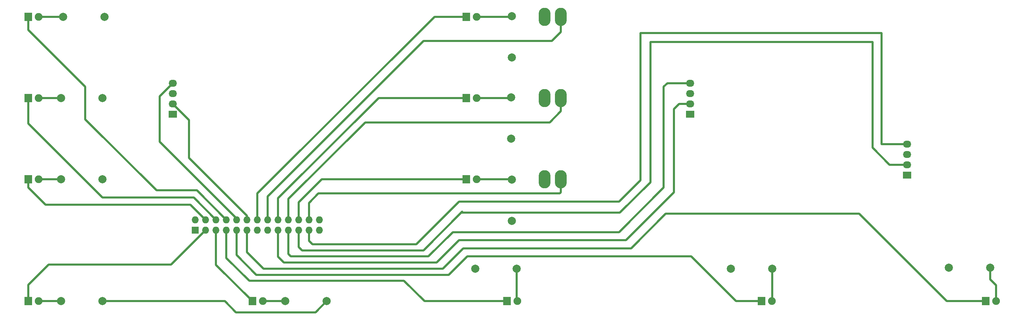
<source format=gtl>
G04 #@! TF.FileFunction,Copper,L1,Top,Signal*
%FSLAX46Y46*%
G04 Gerber Fmt 4.6, Leading zero omitted, Abs format (unit mm)*
G04 Created by KiCad (PCBNEW no-vcs-found-product) date Mo 29 Aug 2016 16:25:23 CEST*
%MOMM*%
G01*
G04 APERTURE LIST*
%ADD10C,0.100000*%
%ADD11R,1.900000X2.000000*%
%ADD12C,1.900000*%
%ADD13C,1.998980*%
%ADD14O,2.900000X4.500000*%
%ADD15R,1.727200X1.727200*%
%ADD16O,1.727200X1.727200*%
%ADD17R,2.032000X1.727200*%
%ADD18O,2.032000X1.727200*%
%ADD19C,0.500000*%
G04 APERTURE END LIST*
D10*
D11*
X86250000Y-120000000D03*
D12*
X88790000Y-120000000D03*
D11*
X31250000Y-50000000D03*
D12*
X33790000Y-50000000D03*
D11*
X31250000Y-70000000D03*
D12*
X33790000Y-70000000D03*
D11*
X31250000Y-90000000D03*
D12*
X33790000Y-90000000D03*
D11*
X31250000Y-120000000D03*
D12*
X33790000Y-120000000D03*
D11*
X138750000Y-50000000D03*
D12*
X141290000Y-50000000D03*
D11*
X138750000Y-70000000D03*
D12*
X141290000Y-70000000D03*
D11*
X138750000Y-90000000D03*
D12*
X141290000Y-90000000D03*
D11*
X148750000Y-120000000D03*
D12*
X151290000Y-120000000D03*
D11*
X211250000Y-120000000D03*
D12*
X213790000Y-120000000D03*
D11*
X266250000Y-120000000D03*
D12*
X268790000Y-120000000D03*
D13*
X104500000Y-120000000D03*
X94340000Y-120000000D03*
X50000000Y-50000000D03*
X39840000Y-50000000D03*
X49500000Y-70000000D03*
X39340000Y-70000000D03*
X49500000Y-90000000D03*
X39340000Y-90000000D03*
X49500000Y-120000000D03*
X39340000Y-120000000D03*
X150000000Y-60000000D03*
X150000000Y-49840000D03*
X149750000Y-80000000D03*
X149750000Y-69840000D03*
X150000000Y-100250000D03*
X150000000Y-90090000D03*
X141000000Y-112000000D03*
X151160000Y-112000000D03*
X203750000Y-112000000D03*
X213910000Y-112000000D03*
X257250000Y-111750000D03*
X267410000Y-111750000D03*
D14*
X162000000Y-50000000D03*
X158000000Y-50000000D03*
X162000000Y-70000000D03*
X158000000Y-70000000D03*
X162000000Y-90000000D03*
X158000000Y-90000000D03*
D15*
X72250000Y-102500000D03*
D16*
X72250000Y-99960000D03*
X74790000Y-102500000D03*
X74790000Y-99960000D03*
X77330000Y-102500000D03*
X77330000Y-99960000D03*
X79870000Y-102500000D03*
X79870000Y-99960000D03*
X82410000Y-102500000D03*
X82410000Y-99960000D03*
X84950000Y-102500000D03*
X84950000Y-99960000D03*
X87490000Y-102500000D03*
X87490000Y-99960000D03*
X90030000Y-102500000D03*
X90030000Y-99960000D03*
X92570000Y-102500000D03*
X92570000Y-99960000D03*
X95110000Y-102500000D03*
X95110000Y-99960000D03*
X97650000Y-102500000D03*
X97650000Y-99960000D03*
X100190000Y-102500000D03*
X100190000Y-99960000D03*
X102730000Y-102500000D03*
X102730000Y-99960000D03*
D17*
X193750000Y-74000000D03*
D18*
X193750000Y-71460000D03*
X193750000Y-68920000D03*
X193750000Y-66380000D03*
D17*
X247000000Y-89000000D03*
D18*
X247000000Y-86460000D03*
X247000000Y-83920000D03*
X247000000Y-81380000D03*
D17*
X66750000Y-74000000D03*
D18*
X66750000Y-71460000D03*
X66750000Y-68920000D03*
X66750000Y-66380000D03*
D19*
X88790000Y-120000000D02*
X94340000Y-120000000D01*
X33790000Y-50000000D02*
X39840000Y-50000000D01*
X33790000Y-70000000D02*
X39340000Y-70000000D01*
X39340000Y-90000000D02*
X33790000Y-90000000D01*
X33790000Y-120000000D02*
X39340000Y-120000000D01*
X141290000Y-50000000D02*
X149840000Y-50000000D01*
X149840000Y-50000000D02*
X150000000Y-49840000D01*
X141290000Y-70000000D02*
X149590000Y-70000000D01*
X149590000Y-70000000D02*
X149750000Y-69840000D01*
X149910000Y-90000000D02*
X150000000Y-90090000D01*
X141290000Y-90000000D02*
X149910000Y-90000000D01*
X151160000Y-112000000D02*
X151160000Y-119870000D01*
X151160000Y-119870000D02*
X151290000Y-120000000D01*
X213910000Y-112000000D02*
X213910000Y-119880000D01*
X213910000Y-119880000D02*
X213790000Y-120000000D01*
X267410000Y-111750000D02*
X267410000Y-114660000D01*
X268790000Y-116040000D02*
X268790000Y-120000000D01*
X267410000Y-114660000D02*
X268790000Y-116040000D01*
X82410000Y-99960000D02*
X82410000Y-99660000D01*
X82410000Y-99660000D02*
X63500000Y-80750000D01*
X63500000Y-80750000D02*
X63500000Y-69630000D01*
X63500000Y-69630000D02*
X66750000Y-66380000D01*
X84950000Y-99960000D02*
X84950000Y-98950000D01*
X70750000Y-75460000D02*
X66750000Y-71460000D01*
X70750000Y-84750000D02*
X70750000Y-75460000D01*
X84950000Y-98950000D02*
X70750000Y-84750000D01*
X90030000Y-99960000D02*
X90030000Y-94220000D01*
X162000000Y-53750000D02*
X162000000Y-50000000D01*
X159750000Y-56000000D02*
X162000000Y-53750000D01*
X128250000Y-56000000D02*
X159750000Y-56000000D01*
X90030000Y-94220000D02*
X128250000Y-56000000D01*
X137000000Y-105000000D02*
X178000000Y-105000000D01*
X92570000Y-109070000D02*
X94000000Y-110500000D01*
X94000000Y-110500000D02*
X95000000Y-110500000D01*
X92570000Y-102500000D02*
X92570000Y-108570000D01*
X131500000Y-110500000D02*
X137000000Y-105000000D01*
X95000000Y-110500000D02*
X131500000Y-110500000D01*
X92570000Y-108570000D02*
X92570000Y-109070000D01*
X191040000Y-71460000D02*
X193750000Y-71460000D01*
X189750000Y-72750000D02*
X191040000Y-71460000D01*
X189750000Y-93250000D02*
X189750000Y-72750000D01*
X178000000Y-105000000D02*
X189750000Y-93250000D01*
X135500000Y-103000000D02*
X176250000Y-103000000D01*
X95110000Y-108390000D02*
X95720000Y-109000000D01*
X95720000Y-109000000D02*
X129500000Y-109000000D01*
X129500000Y-109000000D02*
X135500000Y-103000000D01*
X95110000Y-102500000D02*
X95110000Y-108390000D01*
X188120000Y-66380000D02*
X193750000Y-66380000D01*
X187250000Y-67250000D02*
X188120000Y-66380000D01*
X187250000Y-92000000D02*
X187250000Y-67250000D01*
X176250000Y-103000000D02*
X187250000Y-92000000D01*
X95110000Y-99960000D02*
X95110000Y-94860000D01*
X162000000Y-73250000D02*
X162000000Y-70000000D01*
X159250000Y-76000000D02*
X162000000Y-73250000D01*
X113970000Y-76000000D02*
X159250000Y-76000000D01*
X95110000Y-94860000D02*
X113970000Y-76000000D01*
X137500000Y-98250000D02*
X176500000Y-98250000D01*
X242710000Y-86460000D02*
X247000000Y-86460000D01*
X238500000Y-82250000D02*
X242710000Y-86460000D01*
X238500000Y-56250000D02*
X238500000Y-82250000D01*
X184000000Y-56250000D02*
X238500000Y-56250000D01*
X184000000Y-90750000D02*
X184000000Y-56250000D01*
X176500000Y-98250000D02*
X184000000Y-90750000D01*
X97650000Y-102500000D02*
X97650000Y-106650000D01*
X128250000Y-107500000D02*
X137500000Y-98250000D01*
X137500000Y-98250000D02*
X137750000Y-98000000D01*
X98500000Y-107500000D02*
X128250000Y-107500000D01*
X97650000Y-106650000D02*
X98500000Y-107500000D01*
X247000000Y-81380000D02*
X240750000Y-81380000D01*
X240750000Y-54000000D02*
X181500000Y-54000000D01*
X181500000Y-54000000D02*
X181500000Y-90250000D01*
X181500000Y-90250000D02*
X176250000Y-95500000D01*
X176250000Y-95500000D02*
X137000000Y-95500000D01*
X132750000Y-99750000D02*
X137000000Y-95500000D01*
X100190000Y-105190000D02*
X101000000Y-106000000D01*
X101000000Y-106000000D02*
X126500000Y-106000000D01*
X126500000Y-106000000D02*
X132750000Y-99750000D01*
X100190000Y-105190000D02*
X100190000Y-102500000D01*
X240750000Y-81380000D02*
X240750000Y-54000000D01*
X100190000Y-99960000D02*
X100190000Y-95810000D01*
X162000000Y-93250000D02*
X162000000Y-90000000D01*
X161750000Y-93500000D02*
X162000000Y-93250000D01*
X102500000Y-93500000D02*
X161750000Y-93500000D01*
X100190000Y-95810000D02*
X102500000Y-93500000D01*
X77330000Y-102500000D02*
X77330000Y-111080000D01*
X77330000Y-111080000D02*
X86250000Y-120000000D01*
X31250000Y-50000000D02*
X31250000Y-53250000D01*
X72660000Y-92750000D02*
X79870000Y-99960000D01*
X62750000Y-92750000D02*
X72660000Y-92750000D01*
X45250000Y-75250000D02*
X62750000Y-92750000D01*
X45250000Y-67250000D02*
X45250000Y-75250000D01*
X31250000Y-53250000D02*
X45250000Y-67250000D01*
X31250000Y-70000000D02*
X31250000Y-76250000D01*
X71870000Y-94500000D02*
X77330000Y-99960000D01*
X49500000Y-94500000D02*
X71870000Y-94500000D01*
X31250000Y-76250000D02*
X49500000Y-94500000D01*
X31250000Y-90000000D02*
X31250000Y-92000000D01*
X71080000Y-96250000D02*
X74790000Y-99960000D01*
X35500000Y-96250000D02*
X71080000Y-96250000D01*
X31250000Y-92000000D02*
X35500000Y-96250000D01*
X31250000Y-120000000D02*
X31250000Y-116000000D01*
X66290000Y-111000000D02*
X74790000Y-102500000D01*
X36250000Y-111000000D02*
X66290000Y-111000000D01*
X31250000Y-116000000D02*
X36250000Y-111000000D01*
X87490000Y-99960000D02*
X87490000Y-93510000D01*
X131000000Y-50000000D02*
X138750000Y-50000000D01*
X87490000Y-93510000D02*
X131000000Y-50000000D01*
X92570000Y-99960000D02*
X92570000Y-94680000D01*
X117250000Y-70000000D02*
X138750000Y-70000000D01*
X92570000Y-94680000D02*
X117250000Y-70000000D01*
X97650000Y-99960000D02*
X97650000Y-95650000D01*
X103300000Y-90000000D02*
X138750000Y-90000000D01*
X97650000Y-95650000D02*
X103300000Y-90000000D01*
X79870000Y-102500000D02*
X79870000Y-109370000D01*
X128500000Y-120000000D02*
X148750000Y-120000000D01*
X123500000Y-115000000D02*
X128500000Y-120000000D01*
X85500000Y-115000000D02*
X123500000Y-115000000D01*
X79870000Y-109370000D02*
X85500000Y-115000000D01*
X82410000Y-102500000D02*
X82410000Y-108660000D01*
X205000000Y-120000000D02*
X211250000Y-120000000D01*
X194000000Y-109000000D02*
X205000000Y-120000000D01*
X139000000Y-109000000D02*
X194000000Y-109000000D01*
X134500000Y-113500000D02*
X139000000Y-109000000D01*
X87250000Y-113500000D02*
X134500000Y-113500000D01*
X82410000Y-108660000D02*
X87250000Y-113500000D01*
X243750000Y-107000000D02*
X239750000Y-103000000D01*
X84950000Y-107950000D02*
X89000000Y-112000000D01*
X89000000Y-112000000D02*
X133000000Y-112000000D01*
X133000000Y-112000000D02*
X138000000Y-107000000D01*
X243750000Y-107000000D02*
X256750000Y-120000000D01*
X266250000Y-120000000D02*
X256750000Y-120000000D01*
X84950000Y-107950000D02*
X84950000Y-102500000D01*
X179250000Y-107000000D02*
X138000000Y-107000000D01*
X187750000Y-98500000D02*
X179250000Y-107000000D01*
X235250000Y-98500000D02*
X187750000Y-98500000D01*
X239750000Y-103000000D02*
X235250000Y-98500000D01*
X49500000Y-120000000D02*
X79500000Y-120000000D01*
X101750000Y-122750000D02*
X104500000Y-120000000D01*
X82250000Y-122750000D02*
X101750000Y-122750000D01*
X79500000Y-120000000D02*
X82250000Y-122750000D01*
M02*

</source>
